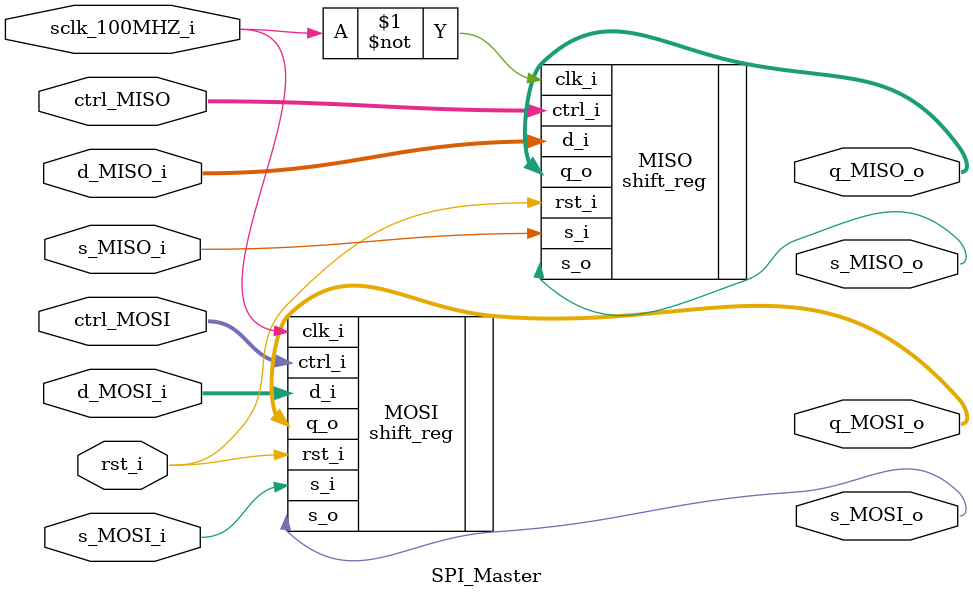
<source format=sv>
`timescale 1ns / 1ps

module SPI_Master
    (
        input logic         sclk_100MHZ_i,
        input logic         rst_i,
        input logic  [1:0]  ctrl_MOSI,
        input logic  [1:0]  ctrl_MISO,
        input logic         s_MOSI_i,
        input logic         s_MISO_i,
        input logic  [7:0]  d_MOSI_i,
        input logic  [7:0]  d_MISO_i,
        
        output logic [7:0]  q_MOSI_o,
        output logic [7:0]  q_MISO_o,
        output logic        s_MOSI_o,
        output logic        s_MISO_o
    );
    
    shift_reg #(.N(8)) MOSI
    (
        .clk_i      (sclk_100MHZ_i),
        .rst_i      (rst_i),
        .s_i        (s_MOSI_i),
        .ctrl_i     (ctrl_MOSI),
        .d_i        (d_MOSI_i),
        .q_o        (q_MOSI_o),
        .s_o        (s_MOSI_o)
    );
    
    shift_reg #(.N(8)) MISO
    (
        .clk_i      (~sclk_100MHZ_i),
        .rst_i      (rst_i),
        .s_i        (s_MISO_i),
        .ctrl_i     (ctrl_MISO),
        .d_i        (d_MISO_i),
        .q_o        (q_MISO_o),
        .s_o        (s_MISO_o)
    );
    
endmodule

</source>
